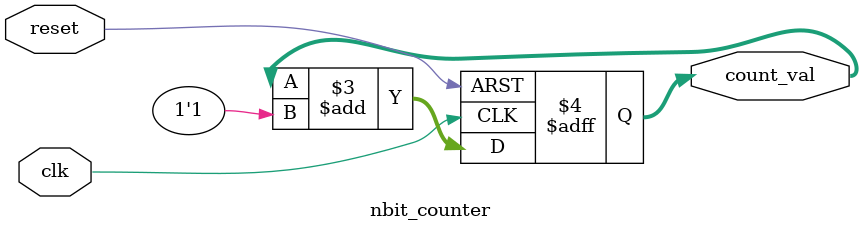
<source format=v>
module nbit_counter
#(parameter N = 8)
(
	input clk,
	input reset,
	output reg [N - 1: 0] count_val
);

	always @(posedge clk, negedge reset)
		if(reset == 1'b0)
			count_val <= 0;
		else
			count_val <= count_val + 1'b1;

endmodule

</source>
